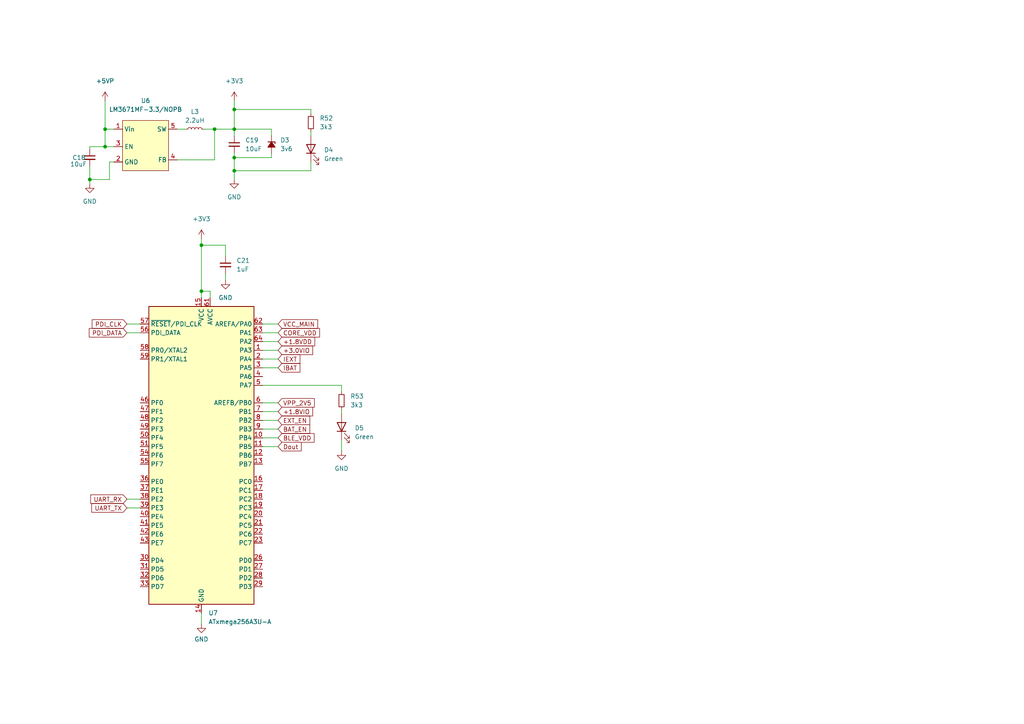
<source format=kicad_sch>
(kicad_sch (version 20211123) (generator eeschema)
  (paper "A4")
  (lib_symbols
    (symbol "Device:C_Small" (pin_numbers hide) (pin_names (offset 0.254) hide)
      (property "Reference" "C" (at 0.254 1.778 0))
      (property "Value" "C_Small" (at 0.254 -2.032 0))
      (symbol "C_Small_0_1"
        (polyline (pts (xy -1.524 -0.508) (xy 1.524 -0.508)) (stroke (width 0.3302)))
        (polyline (pts (xy -1.524 0.508) (xy 1.524 0.508)) (stroke (width 0.3048)))
      )
      (symbol "C_Small_1_1"
        (pin passive line (at 0 2.54 270) (length 2.032) (name "~") (number "1"))
        (pin passive line (at 0 -2.54 90) (length 2.032) (name "~") (number "2"))
      )
    )
    (symbol "Device:D_Zener_Small_Filled" (pin_numbers hide) (pin_names (offset 0.254) hide)
      (property "Reference" "D" (at 0 2.286 0))
      (property "Value" "D_Zener_Small_Filled" (at 0 -2.286 0))
      (symbol "D_Zener_Small_Filled_0_1"
        (polyline (pts (xy 0.762 0) (xy -0.762 0)))
        (polyline (pts (xy -0.254 1.016) (xy -0.762 1.016) (xy -0.762 -1.016)) (stroke (width 0.254)))
        (polyline (pts (xy 0.762 1.016) (xy -0.762 0) (xy 0.762 -1.016) (xy 0.762 1.016)) (stroke (width 0.254)) (fill (type outline)))
      )
      (symbol "D_Zener_Small_Filled_1_1"
        (pin passive line (at -2.54 0 0) (length 1.778) (name "K") (number "1"))
        (pin passive line (at 2.54 0 180) (length 1.778) (name "A") (number "2"))
      )
    )
    (symbol "Device:LED" (pin_numbers hide) (pin_names (offset 1.016) hide)
      (property "Reference" "D" (at 0 2.54 0))
      (property "Value" "LED" (at 0 -2.54 0))
      (symbol "LED_0_1"
        (polyline (pts (xy -1.27 -1.27) (xy -1.27 1.27)) (stroke (width 0.254)))
        (polyline (pts (xy -1.27 0) (xy 1.27 0)))
        (polyline (pts (xy 1.27 -1.27) (xy 1.27 1.27) (xy -1.27 0) (xy 1.27 -1.27)) (stroke (width 0.254)))
        (polyline (pts (xy -3.048 -0.762) (xy -4.572 -2.286) (xy -3.81 -2.286) (xy -4.572 -2.286) (xy -4.572 -1.524)))
        (polyline (pts (xy -1.778 -0.762) (xy -3.302 -2.286) (xy -2.54 -2.286) (xy -3.302 -2.286) (xy -3.302 -1.524)))
      )
      (symbol "LED_1_1"
        (pin passive line (at -3.81 0 0) (length 2.54) (name "K") (number "1"))
        (pin passive line (at 3.81 0 180) (length 2.54) (name "A") (number "2"))
      )
    )
    (symbol "Device:L_Small" (pin_numbers hide) (pin_names (offset 0.254) hide)
      (property "Reference" "L" (at 0.762 1.016 0))
      (property "Value" "L_Small" (at 0.762 -1.016 0))
      (symbol "L_Small_0_1"
        (arc (start 0 -2.032) (mid 0.508 -1.524) (end 0 -1.016))
        (arc (start 0 -1.016) (mid 0.508 -0.508) (end 0 0))
        (arc (start 0 0) (mid 0.508 0.508) (end 0 1.016))
        (arc (start 0 1.016) (mid 0.508 1.524) (end 0 2.032))
      )
      (symbol "L_Small_1_1"
        (pin passive line (at 0 2.54 270) (length 0.508) (name "~") (number "1"))
        (pin passive line (at 0 -2.54 90) (length 0.508) (name "~") (number "2"))
      )
    )
    (symbol "Device:R_Small" (pin_numbers hide) (pin_names (offset 0.254) hide)
      (property "Reference" "R" (at 0.762 0.508 0))
      (property "Value" "R_Small" (at 0.762 -1.016 0))
      (symbol "R_Small_0_1"
        (rectangle (start -0.762 1.778) (end 0.762 -1.778) (stroke (width 0.2032)))
      )
      (symbol "R_Small_1_1"
        (pin passive line (at 0 2.54 270) (length 0.762) (name "~") (number "1"))
        (pin passive line (at 0 -2.54 90) (length 0.762) (name "~") (number "2"))
      )
    )
    (symbol "MCU_Microchip_ATmega:ATxmega256A3U-A"
      (property "Reference" "U" (at -15.24 44.45 0))
      (property "Value" "ATxmega256A3U-A" (at 2.54 -44.45 0))
      (symbol "ATxmega256A3U-A_0_1"
        (rectangle (start -15.24 -43.18) (end 15.24 43.18) (stroke (width 0.254)) (fill (type background)))
      )
      (symbol "ATxmega256A3U-A_1_1"
        (pin bidirectional line (at 17.78 30.48 180) (length 2.54) (name "PA3") (number "1"))
        (pin bidirectional line (at 17.78 5.08 180) (length 2.54) (name "PB4") (number "10"))
        (pin bidirectional line (at 17.78 2.54 180) (length 2.54) (name "PB5") (number "11"))
        (pin bidirectional line (at 17.78 0 180) (length 2.54) (name "PB6") (number "12"))
        (pin bidirectional line (at 17.78 -2.54 180) (length 2.54) (name "PB7") (number "13"))
        (pin power_in line (at 0 -45.72 90) (length 2.54) (name "GND") (number "14"))
        (pin power_in line (at 0 45.72 270) (length 2.54) (name "VCC") (number "15"))
        (pin bidirectional line (at 17.78 -7.62 180) (length 2.54) (name "PC0") (number "16"))
        (pin bidirectional line (at 17.78 -10.16 180) (length 2.54) (name "PC1") (number "17"))
        (pin bidirectional line (at 17.78 -12.7 180) (length 2.54) (name "PC2") (number "18"))
        (pin bidirectional line (at 17.78 -15.24 180) (length 2.54) (name "PC3") (number "19"))
        (pin bidirectional line (at 17.78 27.94 180) (length 2.54) (name "PA4") (number "2"))
        (pin bidirectional line (at 17.78 -17.78 180) (length 2.54) (name "PC4") (number "20"))
        (pin bidirectional line (at 17.78 -20.32 180) (length 2.54) (name "PC5") (number "21"))
        (pin bidirectional line (at 17.78 -22.86 180) (length 2.54) (name "PC6") (number "22"))
        (pin bidirectional line (at 17.78 -25.4 180) (length 2.54) (name "PC7") (number "23"))
        (pin passive line (at 0 -45.72 90) (length 2.54) hide (name "GND") (number "24"))
        (pin passive line (at 0 45.72 270) (length 2.54) hide (name "VCC") (number "25"))
        (pin bidirectional line (at 17.78 -30.48 180) (length 2.54) (name "PD0") (number "26"))
        (pin bidirectional line (at 17.78 -33.02 180) (length 2.54) (name "PD1") (number "27"))
        (pin bidirectional line (at 17.78 -35.56 180) (length 2.54) (name "PD2") (number "28"))
        (pin bidirectional line (at 17.78 -38.1 180) (length 2.54) (name "PD3") (number "29"))
        (pin bidirectional line (at 17.78 25.4 180) (length 2.54) (name "PA5") (number "3"))
        (pin bidirectional line (at -17.78 -30.48 0) (length 2.54) (name "PD4") (number "30"))
        (pin bidirectional line (at -17.78 -33.02 0) (length 2.54) (name "PD5") (number "31"))
        (pin bidirectional line (at -17.78 -35.56 0) (length 2.54) (name "PD6") (number "32"))
        (pin bidirectional line (at -17.78 -38.1 0) (length 2.54) (name "PD7") (number "33"))
        (pin passive line (at 0 -45.72 90) (length 2.54) hide (name "GND") (number "34"))
        (pin passive line (at 0 45.72 270) (length 2.54) hide (name "VCC") (number "35"))
        (pin bidirectional line (at -17.78 -7.62 0) (length 2.54) (name "PE0") (number "36"))
        (pin bidirectional line (at -17.78 -10.16 0) (length 2.54) (name "PE1") (number "37"))
        (pin bidirectional line (at -17.78 -12.7 0) (length 2.54) (name "PE2") (number "38"))
        (pin bidirectional line (at -17.78 -15.24 0) (length 2.54) (name "PE3") (number "39"))
        (pin bidirectional line (at 17.78 22.86 180) (length 2.54) (name "PA6") (number "4"))
        (pin bidirectional line (at -17.78 -17.78 0) (length 2.54) (name "PE4") (number "40"))
        (pin bidirectional line (at -17.78 -20.32 0) (length 2.54) (name "PE5") (number "41"))
        (pin bidirectional line (at -17.78 -22.86 0) (length 2.54) (name "PE6") (number "42"))
        (pin bidirectional line (at -17.78 -25.4 0) (length 2.54) (name "PE7") (number "43"))
        (pin passive line (at 0 -45.72 90) (length 2.54) hide (name "GND") (number "44"))
        (pin passive line (at 0 45.72 270) (length 2.54) hide (name "VCC") (number "45"))
        (pin bidirectional line (at -17.78 15.24 0) (length 2.54) (name "PF0") (number "46"))
        (pin bidirectional line (at -17.78 12.7 0) (length 2.54) (name "PF1") (number "47"))
        (pin bidirectional line (at -17.78 10.16 0) (length 2.54) (name "PF2") (number "48"))
        (pin bidirectional line (at -17.78 7.62 0) (length 2.54) (name "PF3") (number "49"))
        (pin bidirectional line (at 17.78 20.32 180) (length 2.54) (name "PA7") (number "5"))
        (pin bidirectional line (at -17.78 5.08 0) (length 2.54) (name "PF4") (number "50"))
        (pin bidirectional line (at -17.78 2.54 0) (length 2.54) (name "PF5") (number "51"))
        (pin passive line (at 0 -45.72 90) (length 2.54) hide (name "GND") (number "52"))
        (pin passive line (at 0 45.72 270) (length 2.54) hide (name "VCC") (number "53"))
        (pin bidirectional line (at -17.78 0 0) (length 2.54) (name "PF6") (number "54"))
        (pin bidirectional line (at -17.78 -2.54 0) (length 2.54) (name "PF7") (number "55"))
        (pin bidirectional line (at -17.78 35.56 0) (length 2.54) (name "PDI_DATA") (number "56"))
        (pin input line (at -17.78 38.1 0) (length 2.54) (name "~{RESET}/PDI_CLK") (number "57"))
        (pin bidirectional line (at -17.78 30.48 0) (length 2.54) (name "PR0/XTAL2") (number "58"))
        (pin bidirectional line (at -17.78 27.94 0) (length 2.54) (name "PR1/XTAL1") (number "59"))
        (pin bidirectional line (at 17.78 15.24 180) (length 2.54) (name "AREFB/PB0") (number "6"))
        (pin passive line (at 0 -45.72 90) (length 2.54) hide (name "GND") (number "60"))
        (pin power_in line (at 2.54 45.72 270) (length 2.54) (name "AVCC") (number "61"))
        (pin bidirectional line (at 17.78 38.1 180) (length 2.54) (name "AREFA/PA0") (number "62"))
        (pin bidirectional line (at 17.78 35.56 180) (length 2.54) (name "PA1") (number "63"))
        (pin bidirectional line (at 17.78 33.02 180) (length 2.54) (name "PA2") (number "64"))
        (pin bidirectional line (at 17.78 12.7 180) (length 2.54) (name "PB1") (number "7"))
        (pin bidirectional line (at 17.78 10.16 180) (length 2.54) (name "PB2") (number "8"))
        (pin bidirectional line (at 17.78 7.62 180) (length 2.54) (name "PB3") (number "9"))
      )
    )
    (symbol "Transus_David:LM3671MF-3.3{slash}NOPB"
      (property "Reference" "U?" (at -0.3175 15.24 0))
      (property "Value" "LM3671MF-3.3/NOPB" (at -0.3175 12.7 0))
      (symbol "LM3671MF-3.3{slash}NOPB_0_1"
        (rectangle (start -6.985 9.525) (end 6.35 -5.08) (fill (type background)))
      )
      (symbol "LM3671MF-3.3{slash}NOPB_1_1"
        (pin input line (at -9.525 6.985 0) (length 2.54) (name "Vin") (number "1"))
        (pin input line (at -9.525 -2.54 0) (length 2.54) (name "GND") (number "2"))
        (pin input line (at -9.525 1.905 0) (length 2.54) (name "EN") (number "3"))
        (pin input line (at 8.89 -1.905 180) (length 2.54) (name "FB") (number "4"))
        (pin input line (at 8.89 6.985 180) (length 2.54) (name "SW") (number "5"))
      )
    )
    (symbol "power:+3V3" (power) (pin_names (offset 0))
      (property "Value" "+3V3" (at 0 3.556 0))
      (symbol "+3V3_0_1"
        (polyline (pts (xy -0.762 1.27) (xy 0 2.54)))
        (polyline (pts (xy 0 0) (xy 0 2.54)))
        (polyline (pts (xy 0 2.54) (xy 0.762 1.27)))
      )
      (symbol "+3V3_1_1"
        (pin power_in line (at 0 0 90) (length 0) hide (name "+3V3") (number "1"))
      )
    )
    (symbol "power:+5VP" (power) (pin_names (offset 0))
      (property "Value" "+5VP" (at 0 3.556 0))
      (symbol "+5VP_0_1"
        (polyline (pts (xy -0.762 1.27) (xy 0 2.54)))
        (polyline (pts (xy 0 0) (xy 0 2.54)))
        (polyline (pts (xy 0 2.54) (xy 0.762 1.27)))
      )
      (symbol "+5VP_1_1"
        (pin power_in line (at 0 0 90) (length 0) hide (name "+5VP") (number "1"))
      )
    )
    (symbol "power:GND" (power) (pin_names (offset 0))
      (property "Value" "GND" (at 0 -3.81 0))
      (symbol "GND_0_1"
        (polyline (pts (xy 0 0) (xy 0 -1.27) (xy 1.27 -1.27) (xy 0 -2.54) (xy -1.27 -1.27) (xy 0 -1.27)))
      )
      (symbol "GND_1_1"
        (pin power_in line (at 0 0 270) (length 0) hide (name "GND") (number "1"))
      )
    )
  )
  (junction (at 67.945 31.75))
  (junction (at 62.23 37.465))
  (junction (at 30.48 37.465))
  (junction (at 26.035 52.07))
  (junction (at 67.945 45.72))
  (junction (at 30.48 42.545))
  (junction (at 67.945 37.465))
  (junction (at 67.945 49.53))
  (junction (at 58.42 71.12))
  (junction (at 58.42 84.455))
  (wire (pts (xy 36.83 96.52) (xy 40.64 96.52)))
  (wire (pts (xy 99.06 111.76) (xy 99.06 113.665)))
  (wire (pts (xy 26.035 43.18) (xy 26.035 42.545)))
  (wire (pts (xy 78.74 39.37) (xy 78.74 37.465)))
  (wire (pts (xy 90.17 46.99) (xy 90.17 49.53)))
  (wire (pts (xy 76.2 101.6) (xy 80.645 101.6)))
  (wire (pts (xy 90.17 31.75) (xy 90.17 33.02)))
  (wire (pts (xy 67.945 44.45) (xy 67.945 45.72)))
  (wire (pts (xy 78.74 37.465) (xy 67.945 37.465)))
  (wire (pts (xy 78.74 45.72) (xy 67.945 45.72)))
  (wire (pts (xy 67.945 49.53) (xy 67.945 52.07)))
  (wire (pts (xy 65.405 74.295) (xy 65.405 71.12)))
  (wire (pts (xy 67.945 29.21) (xy 67.945 31.75)))
  (wire (pts (xy 76.2 93.98) (xy 80.645 93.98)))
  (wire (pts (xy 76.2 116.84) (xy 80.645 116.84)))
  (wire (pts (xy 76.2 127) (xy 80.645 127)))
  (wire (pts (xy 76.2 99.06) (xy 80.645 99.06)))
  (wire (pts (xy 26.035 48.26) (xy 26.035 52.07)))
  (wire (pts (xy 67.945 39.37) (xy 67.945 37.465)))
  (wire (pts (xy 67.945 49.53) (xy 90.17 49.53)))
  (wire (pts (xy 31.75 46.99) (xy 31.75 52.07)))
  (wire (pts (xy 59.055 37.465) (xy 62.23 37.465)))
  (wire (pts (xy 26.035 42.545) (xy 30.48 42.545)))
  (wire (pts (xy 67.945 45.72) (xy 67.945 49.53)))
  (wire (pts (xy 76.2 124.46) (xy 80.645 124.46)))
  (wire (pts (xy 76.2 111.76) (xy 99.06 111.76)))
  (wire (pts (xy 58.42 84.455) (xy 58.42 86.36)))
  (wire (pts (xy 67.945 37.465) (xy 62.23 37.465)))
  (wire (pts (xy 62.23 37.465) (xy 62.23 46.355)))
  (wire (pts (xy 26.035 52.07) (xy 31.75 52.07)))
  (wire (pts (xy 33.02 42.545) (xy 30.48 42.545)))
  (wire (pts (xy 65.405 79.375) (xy 65.405 81.28)))
  (wire (pts (xy 36.83 147.32) (xy 40.64 147.32)))
  (wire (pts (xy 30.48 29.21) (xy 30.48 37.465)))
  (wire (pts (xy 76.2 104.14) (xy 80.645 104.14)))
  (wire (pts (xy 51.435 37.465) (xy 53.975 37.465)))
  (wire (pts (xy 76.2 119.38) (xy 80.645 119.38)))
  (wire (pts (xy 76.2 106.68) (xy 80.645 106.68)))
  (wire (pts (xy 99.06 118.745) (xy 99.06 120.015)))
  (wire (pts (xy 90.17 38.1) (xy 90.17 39.37)))
  (wire (pts (xy 30.48 37.465) (xy 33.02 37.465)))
  (wire (pts (xy 58.42 69.215) (xy 58.42 71.12)))
  (wire (pts (xy 76.2 129.54) (xy 80.645 129.54)))
  (wire (pts (xy 30.48 42.545) (xy 30.48 37.465)))
  (wire (pts (xy 76.2 96.52) (xy 80.645 96.52)))
  (wire (pts (xy 33.02 46.99) (xy 31.75 46.99)))
  (wire (pts (xy 60.96 84.455) (xy 58.42 84.455)))
  (wire (pts (xy 36.83 93.98) (xy 40.64 93.98)))
  (wire (pts (xy 76.2 121.92) (xy 80.645 121.92)))
  (wire (pts (xy 36.83 144.78) (xy 40.64 144.78)))
  (wire (pts (xy 58.42 71.12) (xy 58.42 84.455)))
  (wire (pts (xy 65.405 71.12) (xy 58.42 71.12)))
  (wire (pts (xy 26.035 52.07) (xy 26.035 53.34)))
  (wire (pts (xy 51.435 46.355) (xy 62.23 46.355)))
  (wire (pts (xy 78.74 44.45) (xy 78.74 45.72)))
  (wire (pts (xy 90.17 31.75) (xy 67.945 31.75)))
  (wire (pts (xy 58.42 177.8) (xy 58.42 180.975)))
  (wire (pts (xy 67.945 31.75) (xy 67.945 37.465)))
  (wire (pts (xy 60.96 86.36) (xy 60.96 84.455)))
  (wire (pts (xy 99.06 127.635) (xy 99.06 130.81)))
  (global_label "BAT_EN" (shape input) (at 80.645 124.46 0) (property "Intersheet References" "${INTERSHEET_REFS}" (effects hide)))
  (global_label "Dout" (shape input) (at 80.645 129.54 0) (property "Intersheet References" "${INTERSHEET_REFS}" (effects hide)))
  (global_label "VCC_MAIN" (shape input) (at 80.645 93.98 0) (property "Intersheet References" "${INTERSHEET_REFS}" (effects hide)))
  (global_label "EXT_EN" (shape input) (at 80.645 121.92 0) (property "Intersheet References" "${INTERSHEET_REFS}" (effects hide)))
  (global_label "+1.8VIO" (shape input) (at 80.645 119.38 0) (property "Intersheet References" "${INTERSHEET_REFS}" (effects hide)))
  (global_label "+1.8VDD" (shape input) (at 80.645 99.06 0) (property "Intersheet References" "${INTERSHEET_REFS}" (effects hide)))
  (global_label "IBAT" (shape input) (at 80.645 106.68 0) (property "Intersheet References" "${INTERSHEET_REFS}" (effects hide)))
  (global_label "CORE_VDD" (shape input) (at 80.645 96.52 0) (property "Intersheet References" "${INTERSHEET_REFS}" (effects hide)))
  (global_label "PDI_DATA" (shape input) (at 36.83 96.52 180) (property "Intersheet References" "${INTERSHEET_REFS}" (effects hide)))
  (global_label "+3.0VIO" (shape input) (at 80.645 101.6 0) (property "Intersheet References" "${INTERSHEET_REFS}" (effects hide)))
  (global_label "IEXT" (shape input) (at 80.645 104.14 0) (property "Intersheet References" "${INTERSHEET_REFS}" (effects hide)))
  (global_label "VPP_2V5" (shape input) (at 80.645 116.84 0) (property "Intersheet References" "${INTERSHEET_REFS}" (effects hide)))
  (global_label "PDI_CLK" (shape input) (at 36.83 93.98 180) (property "Intersheet References" "${INTERSHEET_REFS}" (effects hide)))
  (global_label "UART_RX" (shape input) (at 36.83 144.78 180) (property "Intersheet References" "${INTERSHEET_REFS}" (effects hide)))
  (global_label "BLE_VDD" (shape input) (at 80.645 127 0) (property "Intersheet References" "${INTERSHEET_REFS}" (effects hide)))
  (global_label "UART_TX" (shape input) (at 36.83 147.32 180) (property "Intersheet References" "${INTERSHEET_REFS}" (effects hide)))
  (symbol (lib_id "Device:L_Small") (at 56.515 37.465 90) (unit 1)
    (property "Reference" "L3" (at 56.515 32.385 90))
    (property "Value" "2.2uH" (at 56.515 34.925 90))
    (property "Footprint" "David_packages:10uH_boost" (effects hide))
    (property "Farnell" "3865051" (effects hide))
  )
  (symbol (lib_id "Device:LED") (at 99.06 123.825 90) (unit 1)
    (property "Reference" "D5" (at 102.87 124.1424 90) (effects (justify right)))
    (property "Value" "Green" (at 102.87 126.6824 90) (effects (justify right)))
    (property "Footprint" "LED_SMD:LED_0402_1005Metric_Pad0.77x0.64mm_HandSolder" (effects hide))
    (property "Farnell" "2507544" (effects hide))
  )
  (symbol (lib_id "Device:C_Small") (at 26.035 45.72 0) (unit 1)
    (property "Reference" "C18" (at 20.955 45.72 0) (effects (justify left)))
    (property "Value" "10uF" (at 20.32 47.625 0) (effects (justify left)))
    (property "Footprint" "Capacitor_SMD:C_0805_2012Metric_Pad1.18x1.45mm_HandSolder" (effects hide))
  )
  (symbol (lib_id "Device:C_Small") (at 65.405 76.835 0) (unit 1)
    (property "Reference" "C21" (at 68.58 75.5712 0) (effects (justify left)))
    (property "Value" "1uF" (at 68.58 78.1112 0) (effects (justify left)))
    (property "Footprint" "Capacitor_SMD:C_0805_2012Metric_Pad1.18x1.45mm_HandSolder" (effects hide))
    (property "Farnell" "2346944" (effects hide))
  )
  (symbol (lib_id "Device:C_Small") (at 67.945 41.91 0) (unit 1)
    (property "Reference" "C19" (at 71.12 40.6462 0) (effects (justify left)))
    (property "Value" "10uF" (at 71.12 43.1862 0) (effects (justify left)))
    (property "Footprint" "Capacitor_SMD:C_0805_2012Metric_Pad1.18x1.45mm_HandSolder" (effects hide))
  )
  (symbol (lib_id "Device:D_Zener_Small_Filled") (at 78.74 41.91 270) (unit 1)
    (property "Reference" "D3" (at 81.28 40.6399 90) (effects (justify left)))
    (property "Value" "3v6" (at 81.28 43.1799 90) (effects (justify left)))
    (property "Footprint" "transus-instruments:BZX84C3V6" (effects hide))
    (property "Farnell" "1902466" (effects hide))
  )
  (symbol (lib_id "Device:R_Small") (at 99.06 116.205 0) (unit 1)
    (property "Reference" "R53" (at 101.6 114.9349 0) (effects (justify left)))
    (property "Value" "3k3" (at 101.6 117.4749 0) (effects (justify left)))
    (property "Footprint" "Resistor_SMD:R_0805_2012Metric_Pad1.20x1.40mm_HandSolder" (effects hide))
  )
  (symbol (lib_id "power:GND") (at 99.06 130.81 0) (unit 1)
    (property "Reference" "#PWR0118" (effects hide))
    (property "Value" "GND" (at 99.06 135.89 0))
  )
  (symbol (lib_id "Transus_David:LM3671MF-3.3{slash}NOPB") (at 42.545 44.45 0) (unit 1)
    (property "Reference" "U6" (at 42.2275 29.21 0))
    (property "Value" "LM3671MF-3.3/NOPB" (at 42.2275 31.75 0))
    (property "Footprint" "Package_TO_SOT_SMD:SOT-23-5_HandSoldering" (effects hide))
    (property "Farnell" "3008192" (effects hide))
  )
  (symbol (lib_id "power:GND") (at 58.42 180.975 0) (unit 1)
    (property "Reference" "#PWR0123" (effects hide))
    (property "Value" "GND" (at 58.42 185.42 0))
  )
  (symbol (lib_id "power:GND") (at 65.405 81.28 0) (unit 1)
    (property "Reference" "#PWR0143" (effects hide))
    (property "Value" "GND" (at 65.405 86.36 0))
  )
  (symbol (lib_id "power:+5VP") (at 30.48 29.21 0) (unit 1)
    (property "Reference" "#PWR0119" (effects hide))
    (property "Value" "+5VP" (at 30.48 23.495 0))
  )
  (symbol (lib_id "power:GND") (at 26.035 53.34 0) (unit 1)
    (property "Reference" "#PWR0121" (effects hide))
    (property "Value" "GND" (at 26.035 58.42 0))
  )
  (symbol (lib_id "Device:LED") (at 90.17 43.18 90) (unit 1)
    (property "Reference" "D4" (at 93.98 43.4974 90) (effects (justify right)))
    (property "Value" "Green" (at 93.98 46.0374 90) (effects (justify right)))
    (property "Footprint" "LED_SMD:LED_0402_1005Metric_Pad0.77x0.64mm_HandSolder" (effects hide))
    (property "Farnell" "2507544" (effects hide))
  )
  (symbol (lib_id "power:+3V3") (at 58.42 69.215 0) (unit 1)
    (property "Reference" "#PWR0122" (effects hide))
    (property "Value" "+3V3" (at 58.42 63.5 0))
  )
  (symbol (lib_id "MCU_Microchip_ATmega:ATxmega256A3U-A") (at 58.42 132.08 0) (unit 1)
    (property "Reference" "U7" (at 60.4394 177.8 0) (effects (justify left)))
    (property "Value" "ATxmega256A3U-A" (at 60.4394 180.34 0) (effects (justify left)))
    (property "Footprint" "Package_QFP:TQFP-64_14x14mm_P0.8mm" (effects hide))
    (property "Datasheet" "http://ww1.microchip.com/downloads/en/DeviceDoc/Atmel-8386-8-and-16-bit-AVR-Microcontroller-ATxmega64A3U-128A3U-192A3U-256A3U_datasheet.pdf" (effects hide))
  )
  (symbol (lib_id "power:+3V3") (at 67.945 29.21 0) (unit 1)
    (property "Reference" "#PWR0120" (effects hide))
    (property "Value" "+3V3" (at 67.945 23.495 0))
  )
  (symbol (lib_id "power:GND") (at 67.945 52.07 0) (unit 1)
    (property "Reference" "#PWR0144" (effects hide))
    (property "Value" "GND" (at 67.945 57.15 0))
  )
  (symbol (lib_id "Device:R_Small") (at 90.17 35.56 0) (unit 1)
    (property "Reference" "R52" (at 92.71 34.2899 0) (effects (justify left)))
    (property "Value" "3k3" (at 92.71 36.8299 0) (effects (justify left)))
    (property "Footprint" "Resistor_SMD:R_0805_2012Metric_Pad1.20x1.40mm_HandSolder" (effects hide))
  )
)
</source>
